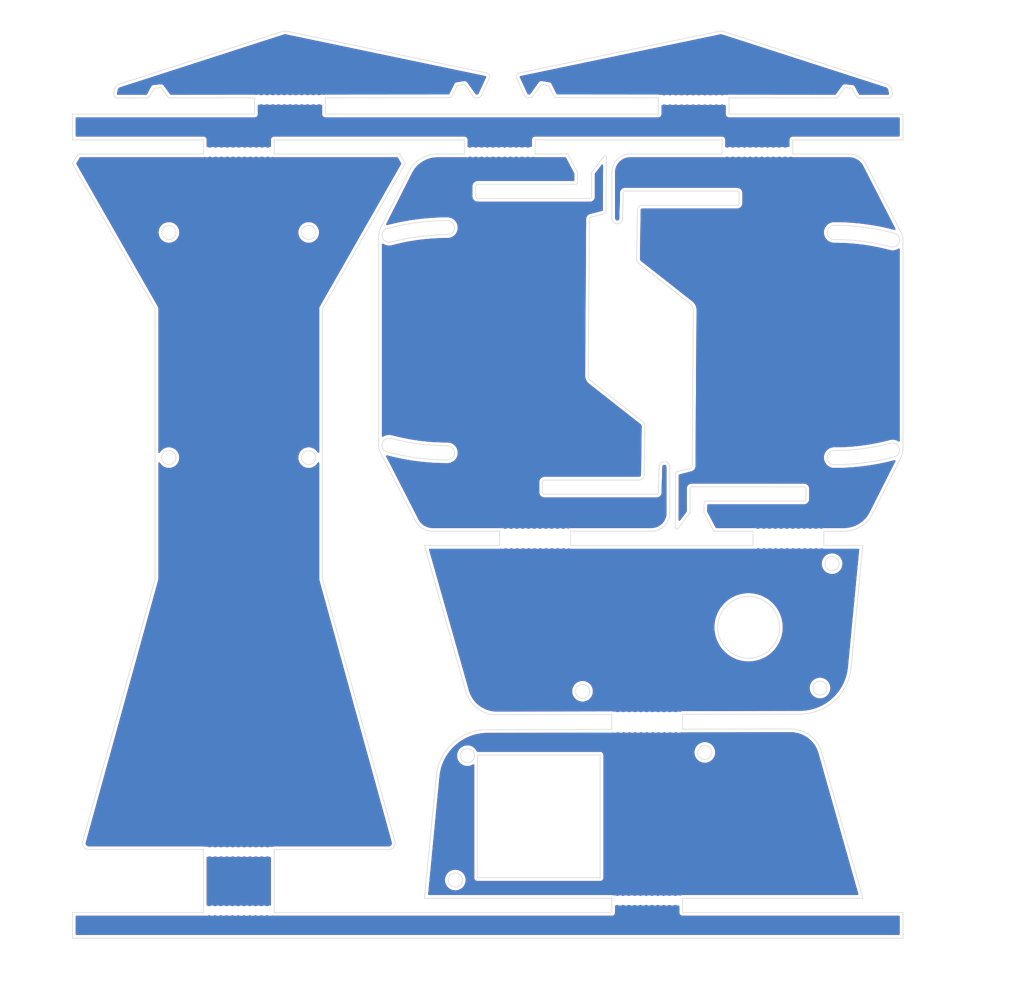
<source format=kicad_pcb>
(kicad_pcb (version 20211014) (generator pcbnew)
  (layers (0 "F.Cu" signal) (31 "B.Cu" signal) (34 "B.Paste" user) (35 "F.Paste" user) (36 "B.SilkS" user "B.Silkscreen") (37 "F.SilkS" user "F.Silkscreen") (38 "B.Mask" user) (39 "F.Mask" user) (44 "Edge.Cuts" user))
  (net 0 "")
  (footprint "e3w2q:mousebite" (layer "F.Cu") (at -75.25 123.35)
    (fp_text reference "mb8" hide)
    (fp_text value "mousebite" hide)
  )
  (footprint "e3w2q:mousebite" (layer "F.Cu") (at -58.2 7.05)
    (fp_text reference "mb29" hide)
    (fp_text value "mousebite" hide)
  )
  (footprint "e3w2q:mousebite" (layer "F.Cu") (at -75.2 94.8)
    (fp_text reference "mb15" hide)
    (fp_text value "mousebite" hide)
  )
  (footprint "e3w2q:mousebite" (layer "F.Cu") (at -138.65 124.95)
    (fp_text reference "mb1" hide)
    (fp_text value "mousebite" hide)
  )
  (footprint "e3w2q:mousebite" (layer "F.Cu") (at -67.975 -1.075)
    (fp_text reference "mb27" hide)
    (fp_text value "mousebite" hide)
  )
  (footprint "e3w2q:mousebite" (layer "F.Cu") (at -53.35 67.9)
    (fp_text reference "mb12" hide)
    (fp_text value "mousebite" hide)
  )
  (footprint "e3w2q:mousebite" (layer "F.Cu") (at -98.15 7.05)
    (fp_text reference "mb30" hide)
    (fp_text value "mousebite" hide)
  )
  (footprint "e3w2q:mousebite" (layer "F.Cu") (at -92.65 66.3)
    (fp_text reference "mb19" hide)
    (fp_text value "mousebite" hide)
  )
  (footprint "e3w2q:mousebite" (layer "F.Cu") (at -92.6 67.9)
    (fp_text reference "mb20" hide)
    (fp_text value "mousebite" hide)
  )
  (footprint "e3w2q:mousebite" (layer "F.Cu") (at -138.55 7.05)
    (fp_text reference "mb27" hide)
    (fp_text value "mousebite" hide)
  )
  (footprint "e3w2q:mousebite" (layer "F.Cu") (at -138.6 115.8)
    (fp_text reference "mb2" hide)
    (fp_text value "mousebite" hide)
  )
  (footprint "e3w2q:mousebite" (layer "F.Cu") (at -53.4 66.3)
    (fp_text reference "mb16" hide)
    (fp_text value "mousebite" hide)
  )
  (footprint "e3w2q:mousebite" (layer "F.Cu") (at -130.575 -1.1)
    (fp_text reference "mb27" hide)
    (fp_text value "mousebite" hide)
  )
  (footprint "e3w2q:mousebite" (layer "F.Cu") (at -75.15 96.5)
    (fp_text reference "mb11" hide)
    (fp_text value "mousebite" hide)
  )
  (gr_curve (pts (xy -64.352984 122.72034) (xy -64.352984 122.72034) (xy -36.343367 122.720318) (xy -36.343367 122.720318)) (layer "Edge.Cuts") (width 0.09))
  (gr_curve (pts (xy -100.925429 52.384) (xy -100.915244 52.38372) (xy -100.905749 52.380986) (xy -100.895499 52.380986)) (layer "Edge.Cuts") (width 0.09))
  (gr_curve (pts (xy -75.35298 122.72034) (xy -75.35298 122.72034) (xy -75.35298 122.720361) (xy -75.35298 122.720361)) (layer "Edge.Cuts") (width 0.09))
  (gr_curve (pts (xy -120.304199 72.911257) (xy -120.304199 72.911257) (xy -120.304177 31.04215) (xy -120.304177 31.04215)) (layer "Edge.Cuts") (width 0.09))
  (gr_curve (pts (xy -57.146103 0.833486) (xy -57.146103 0.833486) (xy -57.146103 -1.688518) (xy -57.146103 -1.688518)) (layer "Edge.Cuts") (width 0.09))
  (gr_curve (pts (xy -120.253792 73.2835) (xy -120.287253 73.162254) (xy -120.304199 73.037024) (xy -120.304199 72.911257)) (layer "Edge.Cuts") (width 0.09))
  (gr_curve (pts (xy -104.457534 67.878726) (xy -104.457534 67.878726) (xy -98.041324 90.560524) (xy -98.041324 90.560524)) (layer "Edge.Cuts") (width 0.09))
  (gr_curve (pts (xy -40.798349 53.125363) (xy -40.7881 53.125363) (xy -40.778605 53.128098) (xy -40.76842 53.128377)) (layer "Edge.Cuts") (width 0.09))
  (gr_curve (pts (xy -60.490192 99.034555) (xy -59.928491 99.266022) (xy -59.660807 99.909028) (xy -59.892253 100.470686)) (layer "Edge.Cuts") (width 0.09))
  (gr_curve (pts (xy -31.490692 54.114278) (xy -31.502578 54.117012) (xy -31.513925 54.120759) (xy -31.52594 54.123106)) (layer "Edge.Cuts") (width 0.09))
  (gr_curve (pts (xy -110.205246 18.597906) (xy -110.19336 18.595171) (xy -110.182013 18.591424) (xy -110.169998 18.589077)) (layer "Edge.Cuts") (width 0.09))
  (gr_curve (pts (xy -53.440257 85.356858) (xy -56.065441 85.725806) (xy -58.49264 83.896784) (xy -58.861588 81.271621)) (layer "Edge.Cuts") (width 0.09))
  (gr_curve (pts (xy -30.63956 20.412136) (xy -30.639581 21.019657) (xy -31.132079 21.512133) (xy -31.739579 21.512133)) (layer "Edge.Cuts") (width 0.09))
  (gr_curve (pts (xy -72.530069 7.034443) (xy -74.094982 7.05212) (xy -75.352916 8.323059) (xy -75.352937 9.88808)) (layer "Edge.Cuts") (width 0.09))
  (gr_curve (pts (xy -54.776329 75.850289) (xy -52.151166 75.481363) (xy -49.723967 77.310385) (xy -49.355019 79.93557)) (layer "Edge.Cuts") (width 0.09))
  (gr_curve (pts (xy -100.897588 19.58682) (xy -100.907837 19.58682) (xy -100.917333 19.584086) (xy -100.927517 19.583806)) (layer "Edge.Cuts") (width 0.09))
  (gr_curve (pts (xy -120.304177 31.04215) (xy -120.304177 31.04215) (xy -107.458859 8.529076) (xy -107.458859 8.529076)) (layer "Edge.Cuts") (width 0.09))
  (gr_curve (pts (xy -109.050148 113.891744) (xy -109.050148 113.891744) (xy -120.253792 73.2835) (xy -120.253792 73.2835)) (layer "Edge.Cuts") (width 0.09))
  (gr_curve (pts (xy -30.121654 20.550564) (xy -30.121654 20.254092) (xy -30.118467 19.817405) (xy -30.261224 19.557558)) (layer "Edge.Cuts") (width 0.09))
  (gr_curve (pts (xy -78.995566 41.429005) (xy -78.995566 41.429005) (xy -78.838835 17.171442) (xy -78.838835 17.171442)) (layer "Edge.Cuts") (width 0.09))
  (gr_curve (pts (xy -59.499146 65.67871) (xy -59.499146 65.67871) (xy -53.41838 65.67871) (xy -53.41838 65.67871)) (layer "Edge.Cuts") (width 0.09))
  (gr_curve (pts (xy -159.1492 4.833479) (xy -159.1492 4.833479) (xy -138.804038 4.833479) (xy -138.804038 4.833479)) (layer "Edge.Cuts") (width 0.09))
  (gr_curve (pts (xy -71.382012 15.806603) (xy -71.382012 15.806603) (xy -71.489822 23.365358) (xy -71.489822 23.365358)) (layer "Edge.Cuts") (width 0.09))
  (gr_curve (pts (xy -73.582007 13.896771) (xy -73.582007 13.896771) (xy -73.582007 13.097552) (xy -73.582007 13.097552)) (layer "Edge.Cuts") (width 0.09))
  (gr_curve (pts (xy -121.347933 19.228896) (xy -121.347933 19.836396) (xy -121.84041 20.328894) (xy -122.447931 20.328872)) (layer "Edge.Cuts") (width 0.09))
  (gr_curve (pts (xy -81.767619 65.67871) (xy -81.767619 65.67871) (xy -69.342968 65.67871) (xy -69.342968 65.67871)) (layer "Edge.Cuts") (width 0.09))
  (gr_curve (pts (xy -47.237319 7.033452) (xy -47.237319 7.033452) (xy -47.237319 4.833479) (xy -47.237319 4.833479)) (layer "Edge.Cuts") (width 0.09))
  (gr_curve (pts (xy -64.352984 96.39953) (xy -64.352984 96.39953) (xy -64.352984 94.199535) (xy -64.352984 94.199535)) (layer "Edge.Cuts") (width 0.09))
  (gr_curve (pts (xy -98.80564 100.137976) (xy -98.574173 99.576274) (xy -97.931189 99.308591) (xy -97.369487 99.540058)) (layer "Edge.Cuts") (width 0.09))
  (gr_curve (pts (xy -147.654166 -1.672304) (xy -147.432452 -1.672476) (xy -147.228912 -1.794928) (xy -147.124848 -1.990696)) (layer "Edge.Cuts") (width 0.09))
  (gr_curve (pts (xy -42.418384 67.878705) (xy -42.418384 67.878705) (xy -42.418384 67.878705) (xy -42.418384 67.878705)) (layer "Edge.Cuts") (width 0.09))
  (gr_curve (pts (xy -92.767615 65.67871) (xy -92.767615 65.67871) (xy -92.767615 67.878705) (xy -92.767615 67.878705)) (layer "Edge.Cuts") (width 0.09))
  (gr_curve (pts (xy -70.529933 48.667474) (xy -70.529933 48.667474) (xy -78.550503 42.353411) (xy -78.550503 42.353411)) (layer "Edge.Cuts") (width 0.09))
  (gr_curve (pts (xy -42.418384 65.67871) (xy -42.418384 65.67871) (xy -39.29618 65.67871) (xy -39.29618 65.67871)) (layer "Edge.Cuts") (width 0.09))
  (gr_curve (pts (xy -58.861588 81.271621) (xy -59.230536 78.646437) (xy -57.401513 76.219238) (xy -54.776329 75.850289)) (layer "Edge.Cuts") (width 0.09))
  (gr_curve (pts (xy -30.121676 52.953216) (xy -30.121676 52.953216) (xy -30.121654 20.550564) (xy -30.121654 20.550564)) (layer "Edge.Cuts") (width 0.09))
  (gr_curve (pts (xy -53.41838 65.67871) (xy -53.41838 65.67871) (xy -53.41838 67.878705) (xy -53.41838 67.878705)) (layer "Edge.Cuts") (width 0.09))
  (gr_curve (pts (xy -68.146099 -1.698552) (xy -68.146099 -1.698552) (xy -68.146099 0.833486) (xy -68.146099 0.833486)) (layer "Edge.Cuts") (width 0.09))
  (gr_curve (pts (xy -69.342968 65.67871) (xy -69.282593 65.67871) (xy -69.223574 65.678387) (xy -69.165847 65.677719)) (layer "Edge.Cuts") (width 0.09))
  (gr_curve (pts (xy -31.453334 54.104933) (xy -31.465715 54.108249) (xy -31.478311 54.110983) (xy -31.490692 54.114278)) (layer "Edge.Cuts") (width 0.09))
  (gr_curve (pts (xy -99.361549 -3.617707) (xy -99.361549 -3.617707) (xy -98.231278 -3.793902) (xy -98.231278 -3.793902)) (layer "Edge.Cuts") (width 0.09))
  (gr_curve (pts (xy -127.804042 124.920356) (xy -127.804042 124.920356) (xy -127.804042 115.157709) (xy -127.804042 115.157709)) (layer "Edge.Cuts") (width 0.09))
  (gr_curve (pts (xy -78.591112 16.853395) (xy -78.591112 16.853395) (xy -76.513719 16.31385) (xy -76.513719 16.31385)) (layer "Edge.Cuts") (width 0.09))
  (gr_curve (pts (xy -72.352948 7.033452) (xy -72.413323 7.033452) (xy -72.472342 7.033775) (xy -72.530069 7.034443)) (layer "Edge.Cuts") (width 0.09))
  (gr_curve (pts (xy -111.574262 52.161619) (xy -111.574262 52.458091) (xy -111.577449 52.894778) (xy -111.434693 53.154625)) (layer "Edge.Cuts") (width 0.09))
  (gr_curve (pts (xy -99.797591 18.486823) (xy -99.797591 19.094344) (xy -100.290067 19.58682) (xy -100.897588 19.58682)) (layer "Edge.Cuts") (width 0.09))
  (gr_curve (pts (xy -43.431393 91.058986) (xy -43.993073 90.827519) (xy -44.260778 90.184535) (xy -44.029311 89.622855)) (layer "Edge.Cuts") (width 0.09))
  (gr_curve (pts (xy -110.167909 53.378728) (xy -110.179924 53.376381) (xy -110.191271 53.372635) (xy -110.203157 53.3699)) (layer "Edge.Cuts") (width 0.09))
  (gr_curve (pts (xy -144.371765 -1.920932) (xy -144.25868 -1.766162) (xy -144.078479 -1.674737) (xy -143.886803 -1.674888)) (layer "Edge.Cuts") (width 0.09))
  (gr_curve (pts (xy -30.637493 53.044425) (xy -30.637493 53.553222) (xy -30.984177 53.979251) (xy -31.453334 54.104933)) (layer "Edge.Cuts") (width 0.09))
  (gr_curve (pts (xy -30.121654 0.833486) (xy -30.121654 0.833486) (xy -57.146103 0.833486) (xy -57.146103 0.833486)) (layer "Edge.Cuts") (width 0.09))
  (gr_curve (pts (xy -83.849619 -1.71287) (xy -83.849619 -1.71287) (xy -68.146099 -1.698552) (xy -68.146099 -1.698552)) (layer "Edge.Cuts") (width 0.09))
  (gr_curve (pts (xy -55.582008 14.678786) (xy -55.582008 14.854422) (xy -55.724376 14.99679) (xy -55.900012 14.99679)) (layer "Edge.Cuts") (width 0.09))
  (gr_curve (pts (xy -63.199222 62.792236) (xy -63.199222 62.792236) (xy -63.199222 59.034391) (xy -63.199222 59.034391)) (layer "Edge.Cuts") (width 0.09))
  (gr_curve (pts (xy -60.762721 60.973312) (xy -60.894603 60.973312) (xy -61.002715 61.077871) (xy -61.007107 61.209667)) (layer "Edge.Cuts") (width 0.09))
  (gr_curve (pts (xy -55.582008 13.114799) (xy -55.582008 13.114799) (xy -55.582008 14.678786) (xy -55.582008 14.678786)) (layer "Edge.Cuts") (width 0.09))
  (gr_curve (pts (xy -151.929895 -3.802299) (xy -152.271476 -3.692013) (xy -152.527727 -3.407125) (xy -152.601344 -3.055812)) (layer "Edge.Cuts") (width 0.09))
  (gr_curve (pts (xy -32.024919 21.477036) (xy -34.814929 20.731324) (xy -37.74593 20.330832) (xy -40.770487 20.328183)) (layer "Edge.Cuts") (width 0.09))
  (gr_curve (pts (xy -57.146103 -1.688518) (xy -57.146103 -1.688518) (xy -40.640327 -1.673467) (xy -40.640327 -1.673467)) (layer "Edge.Cuts") (width 0.09))
  (gr_curve (pts (xy -42.59318 89.024937) (xy -42.0315 89.256405) (xy -41.763794 89.899389) (xy -41.995262 90.46109)) (layer "Edge.Cuts") (width 0.09))
  (gr_curve (pts (xy -147.124848 -1.990696) (xy -147.124848 -1.990696) (xy -146.491338 -3.182677) (xy -146.491338 -3.182677)) (layer "Edge.Cuts") (width 0.09))
  (gr_curve (pts (xy -65.456427 56.751068) (xy -65.456427 56.751068) (xy -65.497531 65.158328) (xy -65.497531 65.158328)) (layer "Edge.Cuts") (width 0.09))
  (gr_curve (pts (xy -88.133682 -1.698788) (xy -87.934426 -1.692673) (xy -87.745161 -1.785906) (xy -87.628566 -1.947589)) (layer "Edge.Cuts") (width 0.09))
  (gr_curve (pts (xy -96.771569 100.976189) (xy -97.003037 101.53789) (xy -97.646021 101.805596) (xy -98.207722 101.574128)) (layer "Edge.Cuts") (width 0.09))
  (gr_curve (pts (xy -87.267606 4.833479) (xy -87.267606 4.833479) (xy -58.237315 4.833479) (xy -58.237315 4.833479)) (layer "Edge.Cuts") (width 0.09))
  (gr_curve (pts (xy -111.574262 19.758967) (xy -111.574262 19.758967) (xy -111.574262 52.161619) (xy -111.574262 52.161619)) (layer "Edge.Cuts") (width 0.09))
  (gr_curve (pts (xy -86.113908 58.033397) (xy -86.113908 57.857761) (xy -85.97154 57.715393) (xy -85.795904 57.715393)) (layer "Edge.Cuts") (width 0.09))
  (gr_curve (pts (xy -123.547928 19.228875) (xy -123.547928 18.621354) (xy -123.055452 18.128877) (xy -122.447931 18.128877)) (layer "Edge.Cuts") (width 0.09))
  (gr_curve (pts (xy -75.352959 16.807037) (xy -75.356533 18.40849) (xy -73.691368 17.952424) (xy -73.691368 17.179194)) (layer "Edge.Cuts") (width 0.09))
  (gr_curve (pts (xy -105.794081 64.169327) (xy -105.259617 65.102819) (xy -104.266267 65.67871) (xy -103.190622 65.67871)) (layer "Edge.Cuts") (width 0.09))
  (gr_curve (pts (xy -98.750648 119.276838) (xy -98.414363 119.782793) (xy -98.551909 120.465568) (xy -99.057864 120.801852)) (layer "Edge.Cuts") (width 0.09))
  (gr_curve (pts (xy -53.41838 67.878705) (xy -53.41838 67.878705) (xy -53.41838 67.878705) (xy -53.41838 67.878705)) (layer "Edge.Cuts") (width 0.09))
  (gr_curve (pts (xy -75.35298 96.39953) (xy -75.35298 96.39953) (xy -75.35298 96.46292) (xy -75.35298 96.46292)) (layer "Edge.Cuts") (width 0.09))
  (gr_curve (pts (xy -80.68883 11.502516) (xy -80.68883 11.502516) (xy -80.63836 9.989732) (xy -80.63836 9.989732)) (layer "Edge.Cuts") (width 0.09))
  (gr_curve (pts (xy -100.895499 54.58098) (xy -100.895499 54.58098) (xy -100.895499 54.58449) (xy -100.895499 54.58449)) (layer "Edge.Cuts") (width 0.09))
  (gr_curve (pts (xy -92.767615 67.878705) (xy -92.767615 67.878705) (xy -92.767615 67.878726) (xy -92.767615 67.878726)) (layer "Edge.Cuts") (width 0.09))
  (gr_curve (pts (xy -80.63836 9.989732) (xy -80.63836 9.989732) (xy -82.196792 7.033474) (xy -82.196792 7.033474)) (layer "Edge.Cuts") (width 0.09))
  (gr_curve (pts (xy -75.35298 94.158733) (xy -75.35298 94.158733) (xy -75.35298 94.199535) (xy -75.35298 94.199535)) (layer "Edge.Cuts") (width 0.09))
  (gr_curve (pts (xy -36.355382 67.878705) (xy -36.355382 67.878705) (xy -42.418384 67.878705) (xy -42.418384 67.878705)) (layer "Edge.Cuts") (width 0.09))
  (gr_curve (pts (xy -127.804042 115.157709) (xy -127.804042 115.157709) (xy -127.804042 115.157688) (xy -127.804042 115.157688)) (layer "Edge.Cuts") (width 0.09))
  (gr_curve (pts (xy -145.259975 19.228875) (xy -145.259975 18.621354) (xy -144.767477 18.128877) (xy -144.159978 18.128877)) (layer "Edge.Cuts") (width 0.09))
  (gr_curve (pts (xy -102.399757 7.033474) (xy -104.192327 7.033474) (xy -105.847738 7.993083) (xy -106.738597 9.548609)) (layer "Edge.Cuts") (width 0.09))
  (gr_curve (pts (xy -75.35298 94.199535) (xy -75.35298 94.199535) (xy -75.35298 96.39953) (xy -75.35298 96.39953)) (layer "Edge.Cuts") (width 0.09))
  (gr_curve (pts (xy -31.492759 19.342283) (xy -31.480378 19.345577) (xy -31.467782 19.348312) (xy -31.455401 19.351628)) (layer "Edge.Cuts") (width 0.09))
  (gr_curve (pts (xy -39.29618 65.67871) (xy -37.503611 65.67871) (xy -35.848199 64.7191) (xy -34.957341 63.163575)) (layer "Edge.Cuts") (width 0.09))
  (gr_curve (pts (xy -138.804038 4.833479) (xy -138.804038 4.833479) (xy -138.804038 7.033452) (xy -138.804038 7.033452)) (layer "Edge.Cuts") (width 0.09))
  (gr_curve (pts (xy -100.582857 120.494636) (xy -100.919141 119.988702) (xy -100.781596 119.305949) (xy -100.275662 118.969643)) (layer "Edge.Cuts") (width 0.09))
  (gr_curve (pts (xy -138.804038 115.157709) (xy -138.804038 115.157709) (xy -138.804038 124.920356) (xy -138.804038 124.920356)) (layer "Edge.Cuts") (width 0.09))
  (gr_curve (pts (xy -106.738597 9.548609) (xy -106.738597 9.548609) (xy -111.231174 18.438957) (xy -111.231174 18.438957)) (layer "Edge.Cuts") (width 0.09))
  (gr_curve (pts (xy -64.352984 94.199535) (xy -64.352984 94.199535) (xy -64.352984 94.133648) (xy -64.352984 94.133648)) (layer "Edge.Cuts") (width 0.09))
  (gr_curve (pts (xy -111.058445 19.667758) (xy -111.058445 19.158961) (xy -110.711761 18.732932) (xy -110.242603 18.60725)) (layer "Edge.Cuts") (width 0.09))
  (gr_curve (pts (xy -69.165847 65.677719) (xy -67.600934 65.660041) (xy -66.343 64.389103) (xy -66.342979 62.824082)) (layer "Edge.Cuts") (width 0.09))
  (gr_curve (pts (xy -49.355019 79.93557) (xy -48.986071 82.560733) (xy -50.815115 84.987932) (xy -53.440257 85.356858)) (layer "Edge.Cuts") (width 0.09))
  (gr_curve (pts (xy -119.849101 -1.69487) (xy -119.849101 -1.69487) (xy -100.67749 -1.710825) (xy -100.67749 -1.710825)) (layer "Edge.Cuts") (width 0.09))
  (gr_curve (pts (xy -45.517204 60.973312) (xy -45.517204 60.973312) (xy -60.762721 60.973312) (xy -60.762721 60.973312)) (layer "Edge.Cuts") (width 0.09))
  (gr_curve (pts (xy -145.375472 -3.294729) (xy -145.375472 -3.294729) (xy -144.371765 -1.920932) (xy -144.371765 -1.920932)) (layer "Edge.Cuts") (width 0.09))
  (gr_curve (pts (xy -58.093569 -12.035711) (xy -58.258933 -12.089132) (xy -58.435387 -12.098541) (xy -58.605488 -12.062971)) (layer "Edge.Cuts") (width 0.09))
  (gr_curve (pts (xy -143.059959 19.228875) (xy -143.059959 19.836374) (xy -143.552456 20.328872) (xy -144.159978 20.328872)) (layer "Edge.Cuts") (width 0.09))
  (gr_curve (pts (xy -63.199222 59.034391) (xy -63.199222 58.889008) (xy -63.081356 58.771164) (xy -62.935973 58.771164)) (layer "Edge.Cuts") (width 0.09))
  (gr_curve (pts (xy -100.927517 19.583806) (xy -103.952074 19.586454) (xy -106.883075 19.986946) (xy -109.673108 20.732659)) (layer "Edge.Cuts") (width 0.09))
  (gr_curve (pts (xy -109.956359 51.20005) (xy -109.857657 51.20005) (xy -109.762034 51.210773) (xy -109.671019 51.235147)) (layer "Edge.Cuts") (width 0.09))
  (gr_curve (pts (xy -110.242603 18.60725) (xy -110.230223 18.603934) (xy -110.217626 18.6012) (xy -110.205246 18.597906)) (layer "Edge.Cuts") (width 0.09))
  (gr_curve (pts (xy -143.05998 54.22887) (xy -143.05998 54.836391) (xy -143.552478 55.328868) (xy -144.159999 55.328868)) (layer "Edge.Cuts") (width 0.09))
  (gr_curve (pts (xy -58.237315 7.033452) (xy -58.237315 7.033452) (xy -72.352948 7.033452) (xy -72.352948 7.033452)) (layer "Edge.Cuts") (width 0.09))
  (gr_curve (pts (xy -78.550503 42.353411) (xy -78.833625 42.130535) (xy -78.997891 41.789341) (xy -78.995566 41.429005)) (layer "Edge.Cuts") (width 0.09))
  (gr_curve (pts (xy -63.145435 30.358772) (xy -62.862313 30.581649) (xy -62.698046 30.922842) (xy -62.700372 31.283178)) (layer "Edge.Cuts") (width 0.09))
  (gr_curve (pts (xy -100.895499 52.380986) (xy -100.287978 52.380986) (xy -99.795502 52.873462) (xy -99.795502 53.480983)) (layer "Edge.Cuts") (width 0.09))
  (gr_curve (pts (xy -100.897588 17.383316) (xy -100.897588 17.383316) (xy -100.897588 17.386825) (xy -100.897588 17.386825)) (layer "Edge.Cuts") (width 0.09))
  (gr_curve (pts (xy -30.261224 19.557558) (xy -30.261224 19.557558) (xy -35.901835 8.542856) (xy -35.901835 8.542856)) (layer "Edge.Cuts") (width 0.09))
  (gr_curve (pts (xy -110.203157 53.3699) (xy -110.215538 53.366606) (xy -110.228134 53.363871) (xy -110.240515 53.360555)) (layer "Edge.Cuts") (width 0.09))
  (gr_curve (pts (xy -68.113909 58.81539) (xy -68.113909 58.81539) (xy -68.113909 59.614609) (xy -68.113909 59.614609)) (layer "Edge.Cuts") (width 0.09))
  (gr_curve (pts (xy -127.804042 7.033474) (xy -127.804042 7.033474) (xy -127.804042 7.033452) (xy -127.804042 7.033452)) (layer "Edge.Cuts") (width 0.09))
  (gr_curve (pts (xy -111.434693 53.154625) (xy -111.434693 53.154625) (xy -105.794081 64.169327) (xy -105.794081 64.169327)) (layer "Edge.Cuts") (width 0.09))
  (gr_curve (pts (xy -58.605488 -12.062971) (xy -58.605488 -12.062971) (xy -89.706906 -5.563238) (xy -89.706906 -5.563238)) (layer "Edge.Cuts") (width 0.09))
  (gr_curve (pts (xy -46.11917 94.092027) (xy -42.003487 94.082639) (xy -38.566487 90.952081) (xy -38.173897 86.855173)) (layer "Edge.Cuts") (width 0.09))
  (gr_curve (pts (xy -61.328406 101.068604) (xy -61.890085 100.837136) (xy -62.157791 100.194174) (xy -61.926323 99.632473)) (layer "Edge.Cuts") (width 0.09))
  (gr_curve (pts (xy -95.636798 -2.05077) (xy -95.636798 -2.05077) (xy -94.398372 -4.720998) (xy -94.398372 -4.720998)) (layer "Edge.Cuts") (width 0.09))
  (gr_curve (pts (xy -79.484511 89.530419) (xy -78.92281 89.761886) (xy -78.655126 90.404892) (xy -78.886593 90.966572)) (layer "Edge.Cuts") (width 0.09))
  (gr_curve (pts (xy -97.369487 99.540058) (xy -96.807808 99.771525) (xy -96.540102 100.414509) (xy -96.771569 100.976189)) (layer "Edge.Cuts") (width 0.09))
  (gr_curve (pts (xy -32.374316 -1.666512) (xy -31.993224 -1.666168) (xy -31.708379 -2.016555) (xy -31.786518 -2.389552)) (layer "Edge.Cuts") (width 0.09))
  (gr_curve (pts (xy -38.035663 -3.181041) (xy -38.035663 -3.181041) (xy -37.402239 -1.989016) (xy -37.402239 -1.989016)) (layer "Edge.Cuts") (width 0.09))
  (gr_curve (pts (xy -159.1492 124.920356) (xy -159.1492 124.920356) (xy -159.1492 128.920349) (xy -159.1492 128.920349)) (layer "Edge.Cuts") (width 0.09))
  (gr_curve (pts (xy -81.767619 67.878705) (xy -81.767619 67.878705) (xy -81.767619 65.67871) (xy -81.767619 65.67871)) (layer "Edge.Cuts") (width 0.09))
  (gr_curve (pts (xy -78.838835 17.171442) (xy -78.837823 17.021559) (xy -78.736172 16.891076) (xy -78.591112 16.853395)) (layer "Edge.Cuts") (width 0.09))
  (gr_curve (pts (xy -36.343367 122.720318) (xy -36.343367 122.720318) (xy -42.759578 100.03852) (xy -42.759578 100.03852)) (layer "Edge.Cuts") (width 0.09))
  (gr_curve (pts (xy -111.056356 52.300047) (xy -111.056356 51.692526) (xy -110.563859 51.20005) (xy -109.956359 51.20005)) (layer "Edge.Cuts") (width 0.09))
  (gr_curve (pts (xy -38.173897 86.855173) (xy -38.173897 86.855173) (xy -36.355382 67.878705) (xy -36.355382 67.878705)) (layer "Edge.Cuts") (width 0.09))
  (gr_curve (pts (xy -96.496715 12.056853) (xy -96.496715 11.88124) (xy -96.354347 11.738871) (xy -96.178733 11.738871)) (layer "Edge.Cuts") (width 0.09))
  (gr_curve (pts (xy -75.35298 96.46292) (xy -75.35298 96.46292) (xy -94.685047 96.507039) (xy -94.685047 96.507039)) (layer "Edge.Cuts") (width 0.09))
  (gr_curve (pts (xy -75.35298 122.720361) (xy -75.35298 122.720361) (xy -75.35298 124.920356) (xy -75.35298 124.920356)) (layer "Edge.Cuts") (width 0.09))
  (gr_curve (pts (xy -159.1492 128.920349) (xy -159.1492 128.920349) (xy -30.121654 128.920349) (xy -30.121654 128.920349)) (layer "Edge.Cuts") (width 0.09))
  (gr_curve (pts (xy -78.759964 13.941019) (xy -78.759964 13.941019) (xy -96.178755 13.938866) (xy -96.178755 13.938866)) (layer "Edge.Cuts") (width 0.09))
  (gr_curve (pts (xy -110.169998 18.589077) (xy -107.210682 17.804651) (xy -104.103659 17.383316) (xy -100.897588 17.383316)) (layer "Edge.Cuts") (width 0.09))
  (gr_curve (pts (xy -68.113909 58.790112) (xy -68.113909 58.790112) (xy -68.113909 58.81539) (xy -68.113909 58.81539)) (layer "Edge.Cuts") (width 0.09))
  (gr_curve (pts (xy -71.166005 24.044688) (xy -71.166005 24.044688) (xy -63.145435 30.358772) (xy -63.145435 30.358772)) (layer "Edge.Cuts") (width 0.09))
  (gr_curve (pts (xy -78.496716 9.919947) (xy -78.496716 9.919947) (xy -78.496716 13.677792) (xy -78.496716 13.677792)) (layer "Edge.Cuts") (width 0.09))
  (gr_curve (pts (xy -98.207722 101.574128) (xy -98.769402 101.342661) (xy -99.037107 100.699656) (xy -98.80564 100.137976)) (layer "Edge.Cuts") (width 0.09))
  (gr_curve (pts (xy -152.601344 -3.055812) (xy -152.601344 -3.055812) (xy -152.740548 -2.391683) (xy -152.740548 -2.391683)) (layer "Edge.Cuts") (width 0.09))
  (gr_curve (pts (xy -125.920781 -12.062971) (xy -126.090904 -12.09852) (xy -126.267336 -12.089153) (xy -126.432722 -12.035754)) (layer "Edge.Cuts") (width 0.09))
  (gr_curve (pts (xy -100.897588 17.386825) (xy -100.290067 17.386825) (xy -99.797591 17.879323) (xy -99.797591 18.486823)) (layer "Edge.Cuts") (width 0.09))
  (gr_curve (pts (xy -32.02283 51.979524) (xy -31.931815 51.95515) (xy -31.836192 51.944427) (xy -31.73749 51.944427)) (layer "Edge.Cuts") (width 0.09))
  (gr_curve (pts (xy -109.671019 51.235147) (xy -106.880987 51.980859) (xy -103.949986 52.381352) (xy -100.925429 52.384)) (layer "Edge.Cuts") (width 0.09))
  (gr_curve (pts (xy -71.123738 57.715393) (xy -70.676478 57.715393) (xy -70.313904 57.352818) (xy -70.313904 56.905559)) (layer "Edge.Cuts") (width 0.09))
  (gr_curve (pts (xy -34.957341 63.163575) (xy -34.957341 63.163575) (xy -30.464764 54.273226) (xy -30.464764 54.273226)) (layer "Edge.Cuts") (width 0.09))
  (gr_curve (pts (xy -84.386817 -2.046722) (xy -84.285704 -1.842427) (xy -84.077577 -1.713064) (xy -83.849619 -1.71287)) (layer "Edge.Cuts") (width 0.09))
  (gr_curve (pts (xy -47.582216 96.39953) (xy -47.582216 96.39953) (xy -64.352984 96.437814) (xy -64.352984 96.437814)) (layer "Edge.Cuts") (width 0.09))
  (gr_curve (pts (xy -126.432722 -12.035754) (xy -126.432722 -12.035754) (xy -151.929895 -3.802299) (xy -151.929895 -3.802299)) (layer "Edge.Cuts") (width 0.09))
  (gr_curve (pts (xy -31.73749 51.944427) (xy -31.12999 51.944427) (xy -30.637493 52.436904) (xy -30.637493 53.044425)) (layer "Edge.Cuts") (width 0.09))
  (gr_curve (pts (xy -75.35298 124.920356) (xy -75.35298 124.920356) (xy -127.804042 124.920356) (xy -127.804042 124.920356)) (layer "Edge.Cuts") (width 0.09))
  (gr_curve (pts (xy -143.886803 -1.674888) (xy -143.886803 -1.674888) (xy -130.849097 -1.68574) (xy -130.849097 -1.68574)) (layer "Edge.Cuts") (width 0.09))
  (gr_curve (pts (xy -85.795904 59.915388) (xy -85.97154 59.915388) (xy -86.113908 59.773019) (xy -86.113908 59.597384)) (layer "Edge.Cuts") (width 0.09))
  (gr_curve (pts (xy -55.900012 14.99679) (xy -55.900012 14.99679) (xy -70.572178 14.996769) (xy -70.572178 14.996769)) (layer "Edge.Cuts") (width 0.09))
  (gr_curve (pts (xy -152.152814 -1.668601) (xy -152.152814 -1.668601) (xy -147.654166 -1.672304) (xy -147.654166 -1.672304)) (layer "Edge.Cuts") (width 0.09))
  (gr_curve (pts (xy -40.52524 71.62938) (xy -41.031195 71.965686) (xy -41.71397 71.828162) (xy -42.050254 71.322207)) (layer "Edge.Cuts") (width 0.09))
  (gr_curve (pts (xy -40.218045 70.104408) (xy -39.88176 70.610364) (xy -40.019306 71.293117) (xy -40.52524 71.62938)) (layer "Edge.Cuts") (width 0.09))
  (gr_curve (pts (xy -159.1492 0.833486) (xy -159.1492 0.833486) (xy -159.1492 4.833479) (xy -159.1492 4.833479)) (layer "Edge.Cuts") (width 0.09))
  (gr_curve (pts (xy -96.496715 13.620862) (xy -96.496715 13.620862) (xy -96.496715 12.056853) (xy -96.496715 12.056853)) (layer "Edge.Cuts") (width 0.09))
  (gr_curve (pts (xy -85.795904 57.715393) (xy -85.795904 57.715393) (xy -71.123738 57.715393) (xy -71.123738 57.715393)) (layer "Edge.Cuts") (width 0.09))
  (gr_curve (pts (xy -108.327432 7.033495) (xy -108.327432 7.033495) (xy -127.804042 7.033474) (xy -127.804042 7.033474)) (layer "Edge.Cuts") (width 0.09))
  (gr_curve (pts (xy -127.804042 7.033452) (xy -127.804042 7.033452) (xy -127.804042 4.833479) (xy -127.804042 4.833479)) (layer "Edge.Cuts") (width 0.09))
  (gr_curve (pts (xy -53.41838 67.878705) (xy -53.41838 67.878705) (xy -81.767619 67.878726) (xy -81.767619 67.878726)) (layer "Edge.Cuts") (width 0.09))
  (gr_curve (pts (xy -138.804038 7.033452) (xy -138.804038 7.033452) (xy -138.804038 7.033474) (xy -138.804038 7.033474)) (layer "Edge.Cuts") (width 0.09))
  (gr_curve (pts (xy -80.322724 91.564511) (xy -80.884404 91.333022) (xy -81.152109 90.690038) (xy -80.920642 90.128358)) (layer "Edge.Cuts") (width 0.09))
  (gr_curve (pts (xy -122.447952 53.128873) (xy -121.840431 53.128894) (xy -121.347955 53.621371) (xy -121.347955 54.228892)) (layer "Edge.Cuts") (width 0.09))
  (gr_curve (pts (xy -90.128499 -4.723539) (xy -90.128499 -4.723539) (xy -88.890289 -2.053203) (xy -88.890289 -2.053203)) (layer "Edge.Cuts") (width 0.09))
  (gr_curve (pts (xy -40.800417 18.131203) (xy -40.800417 18.131203) (xy -40.800417 18.127693) (xy -40.800417 18.127693)) (layer "Edge.Cuts") (width 0.09))
  (gr_curve (pts (xy -62.935973 58.771164) (xy -62.935973 58.771164) (xy -45.517183 58.773317) (xy -45.517183 58.773317)) (layer "Edge.Cuts") (width 0.09))
  (gr_curve (pts (xy -55.900012 12.796795) (xy -55.724376 12.796795) (xy -55.582008 12.939164) (xy -55.582008 13.114799)) (layer "Edge.Cuts") (width 0.09))
  (gr_curve (pts (xy -30.121654 124.920356) (xy -30.121654 124.920356) (xy -64.352984 124.920356) (xy -64.352984 124.920356)) (layer "Edge.Cuts") (width 0.09))
  (gr_curve (pts (xy -152.740548 -2.391683) (xy -152.818708 -2.018709) (xy -152.533885 -1.668299) (xy -152.152814 -1.668601)) (layer "Edge.Cuts") (width 0.09))
  (gr_curve (pts (xy -70.313904 56.905559) (xy -70.313904 56.905559) (xy -70.206115 49.346804) (xy -70.206115 49.346804)) (layer "Edge.Cuts") (width 0.09))
  (gr_curve (pts (xy -65.497531 65.158328) (xy -65.498564 65.367876) (xy -65.232517 65.45846) (xy -65.105436 65.291825)) (layer "Edge.Cuts") (width 0.09))
  (gr_curve (pts (xy -40.800417 20.331198) (xy -41.407938 20.331198) (xy -41.900414 19.838721) (xy -41.900414 19.2312)) (layer "Edge.Cuts") (width 0.09))
  (gr_curve (pts (xy -31.52594 54.123106) (xy -34.485255 54.907532) (xy -37.592279 55.328868) (xy -40.798349 55.328868)) (layer "Edge.Cuts") (width 0.09))
  (gr_curve (pts (xy -59.892253 100.470686) (xy -60.12372 101.032387) (xy -60.766726 101.300071) (xy -61.328406 101.068604)) (layer "Edge.Cuts") (width 0.09))
  (gr_curve (pts (xy -70.206115 49.346804) (xy -70.202347 49.082264) (xy -70.322064 48.831095) (xy -70.529933 48.667474)) (layer "Edge.Cuts") (width 0.09))
  (gr_curve (pts (xy -64.352984 122.720361) (xy -64.352984 122.720361) (xy -64.352984 122.72034) (xy -64.352984 122.72034)) (layer "Edge.Cuts") (width 0.09))
  (gr_curve (pts (xy -41.898347 54.22536) (xy -41.898347 53.617839) (xy -41.405871 53.125363) (xy -40.798349 53.125363)) (layer "Edge.Cuts") (width 0.09))
  (gr_curve (pts (xy -40.76842 53.128377) (xy -37.743863 53.125729) (xy -34.812862 52.725237) (xy -32.02283 51.979524)) (layer "Edge.Cuts") (width 0.09))
  (gr_curve (pts (xy -45.199222 59.091321) (xy -45.199222 59.091321) (xy -45.199222 60.65533) (xy -45.199222 60.65533)) (layer "Edge.Cuts") (width 0.09))
  (gr_curve (pts (xy -73.582007 13.92205) (xy -73.582007 13.92205) (xy -73.582007 13.896771) (xy -73.582007 13.896771)) (layer "Edge.Cuts") (width 0.09))
  (gr_curve (pts (xy -73.691368 17.179194) (xy -73.691368 17.179194) (xy -73.582007 13.92205) (xy -73.582007 13.92205)) (layer "Edge.Cuts") (width 0.09))
  (gr_curve (pts (xy -65.182219 56.398333) (xy -65.343061 56.440105) (xy -65.455608 56.584885) (xy -65.456427 56.751068)) (layer "Edge.Cuts") (width 0.09))
  (gr_curve (pts (xy -45.517183 58.773317) (xy -45.341569 58.773339) (xy -45.199222 58.915707) (xy -45.199222 59.091321)) (layer "Edge.Cuts") (width 0.09))
  (gr_curve (pts (xy -87.628566 -1.947589) (xy -87.628566 -1.947589) (xy -86.29568 -3.796119) (xy -86.29568 -3.796119)) (layer "Edge.Cuts") (width 0.09))
  (gr_curve (pts (xy -122.447931 20.328872) (xy -123.055452 20.328872) (xy -123.547928 19.836374) (xy -123.547928 19.228875)) (layer "Edge.Cuts") (width 0.09))
  (gr_curve (pts (xy -30.121654 128.920349) (xy -30.121654 128.920349) (xy -30.121654 124.920356) (xy -30.121654 124.920356)) (layer "Edge.Cuts") (width 0.09))
  (gr_curve (pts (xy -96.178755 13.938866) (xy -96.354368 13.938845) (xy -96.496715 13.796476) (xy -96.496715 13.620862)) (layer "Edge.Cuts") (width 0.09))
  (gr_curve (pts (xy -30.121654 4.833479) (xy -30.121654 4.833479) (xy -30.121654 0.833486) (xy -30.121654 0.833486)) (layer "Edge.Cuts") (width 0.09))
  (gr_curve (pts (xy -81.767619 67.878726) (xy -81.767619 67.878726) (xy -81.767619 67.878705) (xy -81.767619 67.878705)) (layer "Edge.Cuts") (width 0.09))
  (gr_curve (pts (xy -138.804038 124.920356) (xy -138.804038 124.920356) (xy -159.1492 124.920356) (xy -159.1492 124.920356)) (layer "Edge.Cuts") (width 0.09))
  (gr_curve (pts (xy -76.513719 16.31385) (xy -76.352876 16.272078) (xy -76.240329 16.127298) (xy -76.239511 15.961116)) (layer "Edge.Cuts") (width 0.09))
  (gr_curve (pts (xy -122.447931 18.128877) (xy -121.84041 18.128899) (xy -121.347933 18.621375) (xy -121.347933 19.228896)) (layer "Edge.Cuts") (width 0.09))
  (gr_curve (pts (xy -42.759578 100.03852) (xy -43.369726 97.881675) (xy -45.340686 96.394427) (xy -47.582216 96.39953)) (layer "Edge.Cuts") (width 0.09))
  (gr_curve (pts (xy -130.849097 0.833486) (xy -130.849097 0.833486) (xy -159.1492 0.833486) (xy -159.1492 0.833486)) (layer "Edge.Cuts") (width 0.09))
  (gr_curve (pts (xy -80.933217 11.738871) (xy -80.801334 11.738871) (xy -80.693223 11.634312) (xy -80.68883 11.502516)) (layer "Edge.Cuts") (width 0.09))
  (gr_curve (pts (xy -76.198407 7.553855) (xy -76.197373 7.344307) (xy -76.463421 7.253723) (xy -76.590502 7.420358)) (layer "Edge.Cuts") (width 0.09))
  (gr_curve (pts (xy -70.572178 14.996769) (xy -71.019438 14.996769) (xy -71.382012 15.359343) (xy -71.382012 15.806603)) (layer "Edge.Cuts") (width 0.09))
  (gr_curve (pts (xy -61.057578 62.722452) (xy -61.057578 62.722452) (xy -59.499146 65.67871) (xy -59.499146 65.67871)) (layer "Edge.Cuts") (width 0.09))
  (gr_curve (pts (xy -100.895499 54.58449) (xy -104.10157 54.58449) (xy -107.208594 54.163155) (xy -110.167909 53.378728)) (layer "Edge.Cuts") (width 0.09))
  (gr_curve (pts (xy -98.267602 7.033474) (xy -98.267602 7.033474) (xy -102.399757 7.033474) (xy -102.399757 7.033474)) (layer "Edge.Cuts") (width 0.09))
  (gr_curve (pts (xy -66.342979 62.824082) (xy -66.342979 62.824082) (xy -66.342957 55.905124) (xy -66.342957 55.905124)) (layer "Edge.Cuts") (width 0.09))
  (gr_curve (pts (xy -157.55804 113.891701) (xy -157.733718 114.528506) (xy -157.254656 115.157645) (xy -156.594059 115.157666)) (layer "Edge.Cuts") (width 0.09))
  (gr_curve (pts (xy -102.629954 103.740254) (xy -102.629954 103.740254) (xy -104.457534 122.720361) (xy -104.457534 122.720361)) (layer "Edge.Cuts") (width 0.09))
  (gr_curve (pts (xy -138.804038 115.157688) (xy -138.804038 115.157688) (xy -138.804038 115.157709) (xy -138.804038 115.157709)) (layer "Edge.Cuts") (width 0.09))
  (gr_curve (pts (xy -47.237319 4.833479) (xy -47.237319 4.833479) (xy -30.121654 4.833479) (xy -30.121654 4.833479)) (layer "Edge.Cuts") (width 0.09))
  (gr_curve (pts (xy -42.050254 71.322207) (xy -42.386539 70.816251) (xy -42.248993 70.133476) (xy -41.743038 69.797214)) (layer "Edge.Cuts") (width 0.09))
  (gr_curve (pts (xy -31.528007 19.333455) (xy -31.515992 19.335802) (xy -31.504645 19.339548) (xy -31.492759 19.342283)) (layer "Edge.Cuts") (width 0.09))
  (gr_curve (pts (xy -156.594059 115.157666) (xy -156.594059 115.157666) (xy -138.804038 115.157688) (xy -138.804038 115.157688)) (layer "Edge.Cuts") (width 0.09))
  (gr_curve (pts (xy -73.281229 12.796774) (xy -73.281229 12.796774) (xy -55.900012 12.796795) (xy -55.900012 12.796795)) (layer "Edge.Cuts") (width 0.09))
  (gr_curve (pts (xy -61.007107 61.209667) (xy -61.007107 61.209667) (xy -61.057578 62.722452) (xy -61.057578 62.722452)) (layer "Edge.Cuts") (width 0.09))
  (gr_curve (pts (xy -45.199222 60.65533) (xy -45.199222 60.830943) (xy -45.341591 60.973312) (xy -45.517204 60.973312)) (layer "Edge.Cuts") (width 0.09))
  (gr_curve (pts (xy -144.159978 18.128877) (xy -143.552456 18.128877) (xy -143.059959 18.621354) (xy -143.059959 19.228875)) (layer "Edge.Cuts") (width 0.09))
  (gr_curve (pts (xy -104.457534 122.720361) (xy -104.457534 122.720361) (xy -75.35298 122.72034) (xy -75.35298 122.72034)) (layer "Edge.Cuts") (width 0.09))
  (gr_curve (pts (xy -98.231278 -3.793902) (xy -98.231278 -3.793902) (xy -96.898543 -1.945242) (xy -96.898543 -1.945242)) (layer "Edge.Cuts") (width 0.09))
  (gr_curve (pts (xy -99.057864 120.801852) (xy -99.563798 121.138137) (xy -100.246551 121.000591) (xy -100.582857 120.494636)) (layer "Edge.Cuts") (width 0.09))
  (gr_curve (pts (xy -58.237315 4.833479) (xy -58.237315 4.833479) (xy -58.237315 7.033452) (xy -58.237315 7.033452)) (layer "Edge.Cuts") (width 0.09))
  (gr_curve (pts (xy -64.352984 96.437814) (xy -64.352984 96.437814) (xy -64.352984 96.39953) (xy -64.352984 96.39953)) (layer "Edge.Cuts") (width 0.09))
  (gr_curve (pts (xy -110.240515 53.360555) (xy -110.709672 53.234874) (xy -111.056356 52.808845) (xy -111.056356 52.300047)) (layer "Edge.Cuts") (width 0.09))
  (gr_curve (pts (xy -37.402239 -1.989016) (xy -37.298197 -1.793227) (xy -37.094657 -1.670775) (xy -36.872943 -1.670582)) (layer "Edge.Cuts") (width 0.09))
  (gr_curve (pts (xy -65.105436 65.291825) (xy -65.105436 65.291825) (xy -63.199222 62.792236) (xy -63.199222 62.792236)) (layer "Edge.Cuts") (width 0.09))
  (gr_curve (pts (xy -138.804038 7.033474) (xy -138.804038 7.033474) (xy -158.280649 7.033452) (xy -158.280649 7.033452)) (layer "Edge.Cuts") (width 0.09))
  (gr_curve (pts (xy -111.231174 18.438957) (xy -111.404483 18.741566) (xy -111.574262 19.410259) (xy -111.574262 19.758967)) (layer "Edge.Cuts") (width 0.09))
  (gr_curve (pts (xy -47.237319 7.033474) (xy -47.237319 7.033474) (xy -47.237319 7.033452) (xy -47.237319 7.033452)) (layer "Edge.Cuts") (width 0.09))
  (gr_curve (pts (xy -87.267606 7.033452) (xy -87.267606 7.033452) (xy -87.267606 4.833479) (xy -87.267606 4.833479)) (layer "Edge.Cuts") (width 0.09))
  (gr_curve (pts (xy -121.347955 54.228892) (xy -121.347955 54.836413) (xy -121.840431 55.328889) (xy -122.447952 55.328868)) (layer "Edge.Cuts") (width 0.09))
  (gr_curve (pts (xy -93.218686 94.199514) (xy -93.218686 94.199514) (xy -75.35298 94.158733) (xy -75.35298 94.158733)) (layer "Edge.Cuts") (width 0.09))
  (gr_curve (pts (xy -127.804042 115.157688) (xy -127.804042 115.157688) (xy -110.014129 115.157709) (xy -110.014129 115.157709)) (layer "Edge.Cuts") (width 0.09))
  (gr_curve (pts (xy -96.898543 -1.945242) (xy -96.781948 -1.783559) (xy -96.592683 -1.690305) (xy -96.393427 -1.69642)) (layer "Edge.Cuts") (width 0.09))
  (gr_curve (pts (xy -32.597041 -3.800254) (xy -32.597041 -3.800254) (xy -58.093569 -12.035711) (xy -58.093569 -12.035711)) (layer "Edge.Cuts") (width 0.09))
  (gr_curve (pts (xy -159.1492 8.529033) (xy -159.1492 8.529033) (xy -146.303925 31.042129) (xy -146.303925 31.042129)) (layer "Edge.Cuts") (width 0.09))
  (gr_curve (pts (xy -68.146099 0.833486) (xy -68.146099 0.833486) (xy -119.849101 0.833486) (xy -119.849101 0.833486)) (layer "Edge.Cuts") (width 0.09))
  (gr_curve (pts (xy -107.458859 8.529076) (xy -107.844322 7.865356) (xy -107.941969 7.697214) (xy -108.327432 7.033495)) (layer "Edge.Cuts") (width 0.09))
  (gr_curve (pts (xy -100.275662 118.969643) (xy -99.769707 118.633358) (xy -99.086932 118.770904) (xy -98.750648 119.276838)) (layer "Edge.Cuts") (width 0.09))
  (gr_curve (pts (xy -31.925657 -3.053701) (xy -31.999253 -3.405015) (xy -32.255482 -3.689924) (xy -32.597041 -3.800254)) (layer "Edge.Cuts") (width 0.09))
  (gr_curve (pts (xy -61.926323 99.632473) (xy -61.694856 99.070793) (xy -61.051872 98.803087) (xy -60.490192 99.034555)) (layer "Edge.Cuts") (width 0.09))
  (gr_curve (pts (xy -88.364395 -1.705894) (xy -88.364395 -1.705894) (xy -88.133682 -1.698788) (xy -88.133682 -1.698788)) (layer "Edge.Cuts") (width 0.09))
  (gr_curve (pts (xy -41.995262 90.46109) (xy -42.226729 91.02277) (xy -42.869692 91.290454) (xy -43.431393 91.058986)) (layer "Edge.Cuts") (width 0.09))
  (gr_curve (pts (xy -103.190622 65.67871) (xy -103.190622 65.67871) (xy -92.767615 65.67871) (xy -92.767615 65.67871)) (layer "Edge.Cuts") (width 0.09))
  (gr_curve (pts (xy -92.767615 67.878726) (xy -92.767615 67.878726) (xy -104.457534 67.878726) (xy -104.457534 67.878726)) (layer "Edge.Cuts") (width 0.09))
  (gr_curve (pts (xy -42.418384 67.878705) (xy -42.418384 67.878705) (xy -42.418384 65.67871) (xy -42.418384 65.67871)) (layer "Edge.Cuts") (width 0.09))
  (gr_curve (pts (xy -40.770487 20.328183) (xy -40.780672 20.328463) (xy -40.790167 20.331198) (xy -40.800417 20.331198)) (layer "Edge.Cuts") (width 0.09))
  (gr_curve (pts (xy -96.178733 11.738871) (xy -96.178733 11.738871) (xy -80.933217 11.738871) (xy -80.933217 11.738871)) (layer "Edge.Cuts") (width 0.09))
  (gr_curve (pts (xy -76.590502 7.420358) (xy -76.590502 7.420358) (xy -78.496716 9.919947) (xy -78.496716 9.919947)) (layer "Edge.Cuts") (width 0.09))
  (gr_curve (pts (xy -99.795502 53.480983) (xy -99.795502 54.088483) (xy -100.287978 54.58098) (xy -100.895499 54.58098)) (layer "Edge.Cuts") (width 0.09))
  (gr_curve (pts (xy -30.464764 54.273226) (xy -30.291454 53.970617) (xy -30.121676 53.301924) (xy -30.121676 52.953216)) (layer "Edge.Cuts") (width 0.09))
  (gr_curve (pts (xy -40.800417 18.127693) (xy -37.594346 18.127693) (xy -34.487322 18.549028) (xy -31.528007 19.333455)) (layer "Edge.Cuts") (width 0.09))
  (gr_curve (pts (xy -41.900414 19.2312) (xy -41.900414 18.623701) (xy -41.407938 18.131203) (xy -40.800417 18.131203)) (layer "Edge.Cuts") (width 0.09))
  (gr_curve (pts (xy -68.414687 59.915388) (xy -68.414687 59.915388) (xy -85.795904 59.915388) (xy -85.795904 59.915388)) (layer "Edge.Cuts") (width 0.09))
  (gr_curve (pts (xy -98.267602 7.033452) (xy -98.267602 7.033452) (xy -98.267602 7.033474) (xy -98.267602 7.033474)) (layer "Edge.Cuts") (width 0.09))
  (gr_curve (pts (xy -36.872943 -1.670582) (xy -36.872943 -1.670582) (xy -32.374316 -1.666512) (xy -32.374316 -1.666512)) (layer "Edge.Cuts") (width 0.09))
  (gr_curve (pts (xy -86.29568 -3.796119) (xy -86.29568 -3.796119) (xy -85.165409 -3.61986) (xy -85.165409 -3.61986)) (layer "Edge.Cuts") (width 0.09))
  (gr_curve (pts (xy -40.798349 55.325358) (xy -41.405871 55.325358) (xy -41.898347 54.83286) (xy -41.898347 54.22536)) (layer "Edge.Cuts") (width 0.09))
  (gr_curve (pts (xy -119.849101 0.833486) (xy -119.849101 0.833486) (xy -119.849101 -1.69487) (xy -119.849101 -1.69487)) (layer "Edge.Cuts") (width 0.09))
  (gr_curve (pts (xy -38.505294 7.033474) (xy -38.505294 7.033474) (xy -47.237319 7.033474) (xy -47.237319 7.033474)) (layer "Edge.Cuts") (width 0.09))
  (gr_curve (pts (xy -44.029311 89.622855) (xy -43.797843 89.061154) (xy -43.154881 88.79347) (xy -42.59318 89.024937)) (layer "Edge.Cuts") (width 0.09))
  (gr_curve (pts (xy -109.673108 20.732659) (xy -109.764123 20.757033) (xy -109.859746 20.767756) (xy -109.958448 20.767756)) (layer "Edge.Cuts") (width 0.09))
  (gr_curve (pts (xy -41.743038 69.797214) (xy -41.237104 69.460908) (xy -40.554329 69.598432) (xy -40.218045 70.104408)) (layer "Edge.Cuts") (width 0.09))
  (gr_curve (pts (xy -96.393427 -1.69642) (xy -96.393427 -1.69642) (xy -96.162713 -1.703482) (xy -96.162713 -1.703482)) (layer "Edge.Cuts") (width 0.09))
  (gr_curve (pts (xy -40.155344 -1.919468) (xy -40.155344 -1.919468) (xy -39.151508 -3.293179) (xy -39.151508 -3.293179)) (layer "Edge.Cuts") (width 0.09))
  (gr_curve (pts (xy -98.041324 90.560524) (xy -97.431176 92.717369) (xy -95.460194 94.204617) (xy -93.218686 94.199514)) (layer "Edge.Cuts") (width 0.09))
  (gr_curve (pts (xy -80.920642 90.128358) (xy -80.689175 89.566657) (xy -80.046169 89.298973) (xy -79.484511 89.530419)) (layer "Edge.Cuts") (width 0.09))
  (gr_curve (pts (xy -110.014129 115.157709) (xy -109.353532 115.157709) (xy -108.874448 114.528549) (xy -109.050148 113.891744)) (layer "Edge.Cuts") (width 0.09))
  (gr_curve (pts (xy -94.685047 96.507039) (xy -98.79931 96.516448) (xy -102.23562 99.644918) (xy -102.629954 103.740254)) (layer "Edge.Cuts") (width 0.09))
  (gr_curve (pts (xy -68.113909 59.614609) (xy -68.113909 59.780728) (xy -68.248569 59.915388) (xy -68.414687 59.915388)) (layer "Edge.Cuts") (width 0.09))
  (gr_curve (pts (xy -130.849097 -1.68574) (xy -130.849097 -1.68574) (xy -130.849097 0.833486) (xy -130.849097 0.833486)) (layer "Edge.Cuts") (width 0.09))
  (gr_curve (pts (xy -127.804042 4.833479) (xy -127.804042 4.833479) (xy -98.267602 4.833479) (xy -98.267602 4.833479)) (layer "Edge.Cuts") (width 0.09))
  (gr_curve (pts (xy -39.151508 -3.293179) (xy -39.151508 -3.293179) (xy -38.035663 -3.181041) (xy -38.035663 -3.181041)) (layer "Edge.Cuts") (width 0.09))
  (gr_curve (pts (xy -62.700372 31.283178) (xy -62.700372 31.283178) (xy -62.857102 55.540741) (xy -62.857102 55.540741)) (layer "Edge.Cuts") (width 0.09))
  (gr_curve (pts (xy -31.455401 19.351628) (xy -30.986244 19.477309) (xy -30.63956 19.903338) (xy -30.63956 20.412136)) (layer "Edge.Cuts") (width 0.09))
  (gr_curve (pts (xy -96.217577 119.520471) (xy -96.217577 119.520471) (xy -96.217598 100.470471) (xy -96.217598 100.470471)) (layer "Edge.Cuts") (width 0.09))
  (gr_curve (pts (xy -75.352937 9.88808) (xy -75.352937 9.88808) (xy -75.352959 16.807037) (xy -75.352959 16.807037)) (layer "Edge.Cuts") (width 0.09))
  (gr_curve (pts (xy -64.352984 124.920356) (xy -64.352984 124.920356) (xy -64.352984 122.720361) (xy -64.352984 122.720361)) (layer "Edge.Cuts") (width 0.09))
  (gr_curve (pts (xy -77.167598 100.470471) (xy -77.167598 100.470471) (xy -77.167598 119.520449) (xy -77.167598 119.520449)) (layer "Edge.Cuts") (width 0.09))
  (gr_curve (pts (xy -146.354374 73.283564) (xy -146.354374 73.283564) (xy -157.55804 113.891701) (xy -157.55804 113.891701)) (layer "Edge.Cuts") (width 0.09))
  (gr_curve (pts (xy -146.303947 72.911278) (xy -146.303947 73.037089) (xy -146.320914 73.162318) (xy -146.354374 73.283564)) (layer "Edge.Cuts") (width 0.09))
  (gr_curve (pts (xy -145.259997 54.22887) (xy -145.259997 53.621349) (xy -144.767499 53.128873) (xy -144.159999 53.128873)) (layer "Edge.Cuts") (width 0.09))
  (gr_curve (pts (xy -64.352984 94.133648) (xy -64.352984 94.133648) (xy -46.11917 94.092027) (xy -46.11917 94.092027)) (layer "Edge.Cuts") (width 0.09))
  (gr_curve (pts (xy -94.819901 -5.56074) (xy -94.819901 -5.56074) (xy -125.920781 -12.062971) (xy -125.920781 -12.062971)) (layer "Edge.Cuts") (width 0.09))
  (gr_curve (pts (xy -77.167598 119.520449) (xy -77.167598 119.520449) (xy -96.217577 119.520471) (xy -96.217577 119.520471)) (layer "Edge.Cuts") (width 0.09))
  (gr_curve (pts (xy -89.706906 -5.563238) (xy -90.084941 -5.484238) (xy -90.290957 -5.073884) (xy -90.128499 -4.723539)) (layer "Edge.Cuts") (width 0.09))
  (gr_curve (pts (xy -144.159999 53.128873) (xy -143.552478 53.128873) (xy -143.05998 53.621349) (xy -143.05998 54.22887)) (layer "Edge.Cuts") (width 0.09))
  (gr_curve (pts (xy -123.54795 54.22887) (xy -123.54795 53.621349) (xy -123.055473 53.128873) (xy -122.447952 53.128873)) (layer "Edge.Cuts") (width 0.09))
  (gr_curve (pts (xy -66.342957 55.905124) (xy -66.339383 54.303672) (xy -68.004548 54.759738) (xy -68.004548 55.532968)) (layer "Edge.Cuts") (width 0.09))
  (gr_curve (pts (xy -86.113908 59.597384) (xy -86.113908 59.597384) (xy -86.113908 58.033397) (xy -86.113908 58.033397)) (layer "Edge.Cuts") (width 0.09))
  (gr_curve (pts (xy -98.267602 4.833479) (xy -98.267602 4.833479) (xy -98.267602 7.033452) (xy -98.267602 7.033452)) (layer "Edge.Cuts") (width 0.09))
  (gr_curve (pts (xy -31.739579 21.512133) (xy -31.838281 21.512133) (xy -31.933903 21.50141) (xy -32.024919 21.477036)) (layer "Edge.Cuts") (width 0.09))
  (gr_curve (pts (xy -158.280649 7.033452) (xy -158.666112 7.697171) (xy -158.763737 7.865313) (xy -159.1492 8.529033)) (layer "Edge.Cuts") (width 0.09))
  (gr_curve (pts (xy -40.640327 -1.673467) (xy -40.448651 -1.673295) (xy -40.268429 -1.764719) (xy -40.155344 -1.919468)) (layer "Edge.Cuts") (width 0.09))
  (gr_curve (pts (xy -73.582007 13.097552) (xy -73.582007 12.931434) (xy -73.447347 12.796774) (xy -73.281229 12.796774)) (layer "Edge.Cuts") (width 0.09))
  (gr_curve (pts (xy -109.958448 20.767756) (xy -110.565947 20.767756) (xy -111.058445 20.275279) (xy -111.058445 19.667758)) (layer "Edge.Cuts") (width 0.09))
  (gr_curve (pts (xy -87.267606 7.033474) (xy -87.267606 7.033474) (xy -87.267606 7.033452) (xy -87.267606 7.033452)) (layer "Edge.Cuts") (width 0.09))
  (gr_curve (pts (xy -63.104826 55.858788) (xy -63.104826 55.858788) (xy -65.182219 56.398333) (xy -65.182219 56.398333)) (layer "Edge.Cuts") (width 0.09))
  (gr_curve (pts (xy -144.159978 20.328872) (xy -144.767477 20.328872) (xy -145.259975 19.836374) (xy -145.259975 19.228875)) (layer "Edge.Cuts") (width 0.09))
  (gr_curve (pts (xy -68.004548 55.532968) (xy -68.004548 55.532968) (xy -68.113909 58.790112) (xy -68.113909 58.790112)) (layer "Edge.Cuts") (width 0.09))
  (gr_curve (pts (xy -85.165409 -3.61986) (xy -85.165409 -3.61986) (xy -84.386817 -2.046722) (xy -84.386817 -2.046722)) (layer "Edge.Cuts") (width 0.09))
  (gr_curve (pts (xy -76.239511 15.961116) (xy -76.239511 15.961116) (xy -76.198407 7.553855) (xy -76.198407 7.553855)) (layer "Edge.Cuts") (width 0.09))
  (gr_curve (pts (xy -62.857102 55.540741) (xy -62.858114 55.690624) (xy -62.959766 55.821107) (xy -63.104826 55.858788)) (layer "Edge.Cuts") (width 0.09))
  (gr_curve (pts (xy -100.67749 -1.710825) (xy -100.449532 -1.711019) (xy -100.241384 -1.84036) (xy -100.14027 -2.044633)) (layer "Edge.Cuts") (width 0.09))
  (gr_curve (pts (xy -71.489822 23.365358) (xy -71.49359 23.629898) (xy -71.373873 23.881067) (xy -71.166005 24.044688)) (layer "Edge.Cuts") (width 0.09))
  (gr_curve (pts (xy -96.162713 -1.703482) (xy -95.935832 -1.710459) (xy -95.732313 -1.844839) (xy -95.636798 -2.05077)) (layer "Edge.Cuts") (width 0.09))
  (gr_curve (pts (xy -40.798349 55.328868) (xy -40.798349 55.328868) (xy -40.798349 55.325358) (xy -40.798349 55.325358)) (layer "Edge.Cuts") (width 0.09))
  (gr_curve (pts (xy -88.890289 -2.053203) (xy -88.794795 -1.847272) (xy -88.591276 -1.71287) (xy -88.364395 -1.705894)) (layer "Edge.Cuts") (width 0.09))
  (gr_curve (pts (xy -58.237315 7.033452) (xy -58.237315 7.033452) (xy -58.237315 7.033452) (xy -58.237315 7.033452)) (layer "Edge.Cuts") (width 0.09))
  (gr_curve (pts (xy -146.303925 31.042129) (xy -146.303925 31.042129) (xy -146.303947 72.911278) (xy -146.303947 72.911278)) (layer "Edge.Cuts") (width 0.09))
  (gr_curve (pts (xy -78.886593 90.966572) (xy -79.11806 91.528273) (xy -79.761023 91.795978) (xy -80.322724 91.564511)) (layer "Edge.Cuts") (width 0.09))
  (gr_curve (pts (xy -31.786518 -2.389552) (xy -31.786518 -2.389552) (xy -31.925657 -3.053701) (xy -31.925657 -3.053701)) (layer "Edge.Cuts") (width 0.09))
  (gr_curve (pts (xy -146.491338 -3.182677) (xy -146.491338 -3.182677) (xy -145.375472 -3.294729) (xy -145.375472 -3.294729)) (layer "Edge.Cuts") (width 0.09))
  (gr_curve (pts (xy -35.901835 8.542856) (xy -36.436299 7.609364) (xy -37.429649 7.033474) (xy -38.505294 7.033474)) (layer "Edge.Cuts") (width 0.09))
  (gr_curve (pts (xy -144.159999 55.328868) (xy -144.767499 55.328868) (xy -145.259997 54.836391) (xy -145.259997 54.22887)) (layer "Edge.Cuts") (width 0.09))
  (gr_curve (pts (xy -96.217598 100.470471) (xy -96.217598 100.470471) (xy -77.167598 100.470471) (xy -77.167598 100.470471)) (layer "Edge.Cuts") (width 0.09))
  (gr_curve (pts (xy -100.14027 -2.044633) (xy -100.14027 -2.044633) (xy -99.361549 -3.617707) (xy -99.361549 -3.617707)) (layer "Edge.Cuts") (width 0.09))
  (gr_curve (pts (xy -122.447952 55.328868) (xy -123.055473 55.328868) (xy -123.54795 54.836391) (xy -123.54795 54.22887)) (layer "Edge.Cuts") (width 0.09))
  (gr_curve (pts (xy -82.196792 7.033474) (xy -82.196792 7.033474) (xy -87.267606 7.033474) (xy -87.267606 7.033474)) (layer "Edge.Cuts") (width 0.09))
  (gr_curve (pts (xy -94.398372 -4.720998) (xy -94.235893 -5.071343) (xy -94.441888 -5.481719) (xy -94.819901 -5.56074)) (layer "Edge.Cuts") (width 0.09))
  (gr_curve (pts (xy -78.496716 13.677792) (xy -78.496716 13.823175) (xy -78.614581 13.941019) (xy -78.759964 13.941019)) (layer "Edge.Cuts") (width 0.09))
  (zone (net 0) (net_name "") (layers F&B.Cu) (connect_pads (clearance 0.508)) (min_thickness 0.254) (fill yes (thermal_gap 0.508) (thermal_bridge_width 0.508))
    (polygon (pts (xy -11.65 136.85) (xy -170 136.85) (xy -170.4 -16.85) (xy -11.3 -16.9)))
  )
)
</source>
